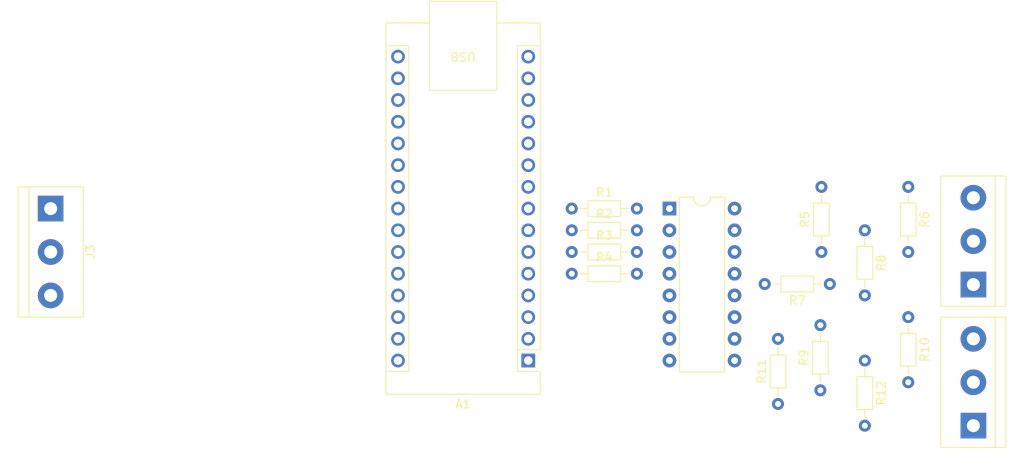
<source format=kicad_pcb>
(kicad_pcb (version 20221018) (generator pcbnew)
  (layers (0 "F.Cu" signal) (31 "B.Cu" signal) (34 "B.Paste" user) (35 "F.Paste" user) (36 "B.SilkS" user "B.Silkscreen") (37 "F.SilkS" user "F.Silkscreen") (38 "B.Mask" user) (39 "F.Mask" user) (44 "Edge.Cuts" user))
  (net 0 "")
  (net 1 "Net-(J1-Pin_1)")
  (net 2 "Net-(J1-Pin_2)")
  (net 3 "GND1")
  (net 4 "Net-(J2-Pin_1)")
  (net 5 "Net-(J2-Pin_2)")
  (net 6 "Net-(R1-Pad2)")
  (net 7 "Net-(R2-Pad2)")
  (net 8 "Net-(R3-Pad2)")
  (net 9 "Net-(R4-Pad2)")
  (net 10 "Net-(R5-Pad2)")
  (net 11 "Net-(R7-Pad2)")
  (net 12 "Net-(R9-Pad2)")
  (net 13 "GND2")
  (net 14 "Net-(R11-Pad2)")
  (net 15 "GND")
  (net 19 "Net-(A1-D2)")
  (net 20 "Net-(A1-D3)")
  (net 21 "Net-(A1-D4)")
  (net 22 "Net-(A1-D5)")
  (net 33 "Net-(A1-A0)")
  (net 34 "Net-(A1-A1)")
  (footprint "Resistor_THT:R_Axial_DIN0204_L3.6mm_D1.6mm_P7.62mm_Horizontal" (layer "F.Cu") (at 176.54 60.96 -90)
    (fp_text reference "R8" (at 3.81 -1.92 90) (layer "F.SilkS"))
    (fp_text value "40k")
    (fp_line (start 0.94 0) (end 1.89 0) (stroke (width 0.12)) (layer "F.SilkS"))
    (fp_line (start 1.89 -0.92) (end 1.89 0.92) (stroke (width 0.12)) (layer "F.SilkS"))
    (fp_line (start 1.89 0.92) (end 5.73 0.92) (stroke (width 0.12)) (layer "F.SilkS"))
    (fp_line (start 5.73 -0.92) (end 1.89 -0.92) (stroke (width 0.12)) (layer "F.SilkS"))
    (fp_line (start 5.73 0.92) (end 5.73 -0.92) (stroke (width 0.12)) (layer "F.SilkS"))
    (fp_line (start 6.68 0) (end 5.73 0) (stroke (width 0.12)) (layer "F.SilkS"))
    (pad "1" thru_hole circle (at 0 0 270) (size 1.4 1.4) (drill 0.7) (layers "*.Cu" "*.Mask") (net 3 "GND1"))
    (pad "2" thru_hole oval (at 7.62 0 270) (size 1.4 1.4) (drill 0.7) (layers "*.Cu" "*.Mask") (net 1 "Net-(J1-Pin_1)"))
  )
  (footprint "Resistor_THT:R_Axial_DIN0204_L3.6mm_D1.6mm_P7.62mm_Horizontal" (layer "F.Cu") (at 142.25 58.42)
    (fp_text reference "R1" (at 3.81 -1.92) (layer "F.SilkS"))
    (fp_text value "1k")
    (fp_line (start 0.94 0) (end 1.89 0) (stroke (width 0.12)) (layer "F.SilkS"))
    (fp_line (start 1.89 -0.92) (end 1.89 0.92) (stroke (width 0.12)) (layer "F.SilkS"))
    (fp_line (start 1.89 0.92) (end 5.73 0.92) (stroke (width 0.12)) (layer "F.SilkS"))
    (fp_line (start 5.73 -0.92) (end 1.89 -0.92) (stroke (width 0.12)) (layer "F.SilkS"))
    (fp_line (start 5.73 0.92) (end 5.73 -0.92) (stroke (width 0.12)) (layer "F.SilkS"))
    (fp_line (start 6.68 0) (end 5.73 0) (stroke (width 0.12)) (layer "F.SilkS"))
    (pad "1" thru_hole circle (at 0 0) (size 1.4 1.4) (drill 0.7) (layers "*.Cu" "*.Mask") (net 22 "Net-(A1-D5)"))
    (pad "2" thru_hole oval (at 7.62 0) (size 1.4 1.4) (drill 0.7) (layers "*.Cu" "*.Mask") (net 6 "Net-(R1-Pad2)"))
  )
  (footprint "Resistor_THT:R_Axial_DIN0204_L3.6mm_D1.6mm_P7.62mm_Horizontal" (layer "F.Cu") (at 181.62 71.12 -90)
    (fp_text reference "R10" (at 3.81 -1.92 90) (layer "F.SilkS"))
    (fp_text value "40k")
    (fp_line (start 0.94 0) (end 1.89 0) (stroke (width 0.12)) (layer "F.SilkS"))
    (fp_line (start 1.89 -0.92) (end 1.89 0.92) (stroke (width 0.12)) (layer "F.SilkS"))
    (fp_line (start 1.89 0.92) (end 5.73 0.92) (stroke (width 0.12)) (layer "F.SilkS"))
    (fp_line (start 5.73 -0.92) (end 1.89 -0.92) (stroke (width 0.12)) (layer "F.SilkS"))
    (fp_line (start 5.73 0.92) (end 5.73 -0.92) (stroke (width 0.12)) (layer "F.SilkS"))
    (fp_line (start 6.68 0) (end 5.73 0) (stroke (width 0.12)) (layer "F.SilkS"))
    (pad "1" thru_hole circle (at 0 0 270) (size 1.4 1.4) (drill 0.7) (layers "*.Cu" "*.Mask") (net 13 "GND2"))
    (pad "2" thru_hole oval (at 7.62 0 270) (size 1.4 1.4) (drill 0.7) (layers "*.Cu" "*.Mask") (net 5 "Net-(J2-Pin_2)"))
  )
  (footprint "Module:Arduino_Nano" (layer "F.Cu") (at 137.16 76.2 180)
    (fp_text reference "A1" (at 7.62 -5.08) (layer "F.SilkS"))
    (fp_text value "Arduino_Nano_v3.x")
    (fp_text user "USB" (at 7.62 35.56 180 unlocked) (layer "F.SilkS"))
    (fp_line (start -1.4 -3.94) (end -1.4 -1.27) (stroke (width 0.12)) (layer "F.SilkS"))
    (fp_line (start -1.4 1.27) (end -1.4 39.5) (stroke (width 0.12)) (layer "F.SilkS"))
    (fp_line (start -1.4 39.5) (end 3.68 39.5) (stroke (width 0.12)) (layer "F.SilkS"))
    (fp_line (start 1.27 -1.27) (end -1.4 -1.27) (stroke (width 0.12)) (layer "F.SilkS"))
    (fp_line (start 1.27 1.27) (end -1.4 1.27) (stroke (width 0.12)) (layer "F.SilkS"))
    (fp_line (start 1.27 1.27) (end 1.27 -1.27) (stroke (width 0.12)) (layer "F.SilkS"))
    (fp_line (start 1.27 1.27) (end 1.27 36.83) (stroke (width 0.12)) (layer "F.SilkS"))
    (fp_line (start 1.27 36.83) (end -1.4 36.83) (stroke (width 0.12)) (layer "F.SilkS"))
    (fp_line (start 3.68 31.62) (end 11.56 31.62) (stroke (width 0.12)) (layer "F.SilkS"))
    (fp_line (start 3.68 42.04) (end 3.68 31.62) (stroke (width 0.12)) (layer "F.SilkS"))
    (fp_line (start 11.56 31.62) (end 11.56 42.04) (stroke (width 0.12)) (layer "F.SilkS"))
    (fp_line (start 11.56 42.04) (end 3.68 42.04) (stroke (width 0.12)) (layer "F.SilkS"))
    (fp_line (start 13.97 -1.27) (end 13.97 36.83) (stroke (width 0.12)) (layer "F.SilkS"))
    (fp_line (start 13.97 -1.27) (end 16.64 -1.27) (stroke (width 0.12)) (layer "F.SilkS"))
    (fp_line (start 13.97 36.83) (end 16.64 36.83) (stroke (width 0.12)) (layer "F.SilkS"))
    (fp_line (start 16.64 -3.94) (end -1.4 -3.94) (stroke (width 0.12)) (layer "F.SilkS"))
    (fp_line (start 16.64 39.5) (end 11.56 39.5) (stroke (width 0.12)) (layer "F.SilkS"))
    (fp_line (start 16.64 39.5) (end 16.64 -3.94) (stroke (width 0.12)) (layer "F.SilkS"))
    (pad "1" thru_hole rect (at 0 0 180) (size 1.6 1.6) (drill 1) (layers "*.Cu" "*.Mask"))
    (pad "2" thru_hole oval (at 0 2.54 180) (size 1.6 1.6) (drill 1) (layers "*.Cu" "*.Mask"))
    (pad "3" thru_hole oval (at 0 5.08 180) (size 1.6 1.6) (drill 1) (layers "*.Cu" "*.Mask"))
    (pad "4" thru_hole oval (at 0 7.62 180) (size 1.6 1.6) (drill 1) (layers "*.Cu" "*.Mask") (net 15 "GND"))
    (pad "5" thru_hole oval (at 0 10.16 180) (size 1.6 1.6) (drill 1) (layers "*.Cu" "*.Mask") (net 19 "Net-(A1-D2)"))
    (pad "6" thru_hole oval (at 0 12.7 180) (size 1.6 1.6) (drill 1) (layers "*.Cu" "*.Mask") (net 20 "Net-(A1-D3)"))
    (pad "7" thru_hole oval (at 0 15.24 180) (size 1.6 1.6) (drill 1) (layers "*.Cu" "*.Mask") (net 21 "Net-(A1-D4)"))
    (pad "8" thru_hole oval (at 0 17.78 180) (size 1.6 1.6) (drill 1) (layers "*.Cu" "*.Mask") (net 22 "Net-(A1-D5)"))
    (pad "9" thru_hole oval (at 0 20.32 180) (size 1.6 1.6) (drill 1) (layers "*.Cu" "*.Mask"))
    (pad "10" thru_hole oval (at 0 22.86 180) (size 1.6 1.6) (drill 1) (layers "*.Cu" "*.Mask"))
    (pad "11" thru_hole oval (at 0 25.4 180) (size 1.6 1.6) (drill 1) (layers "*.Cu" "*.Mask"))
    (pad "12" thru_hole oval (at 0 27.94 180) (size 1.6 1.6) (drill 1) (layers "*.Cu" "*.Mask"))
    (pad "13" thru_hole oval (at 0 30.48 180) (size 1.6 1.6) (drill 1) (layers "*.Cu" "*.Mask"))
    (pad "14" thru_hole oval (at 0 33.02 180) (size 1.6 1.6) (drill 1) (layers "*.Cu" "*.Mask"))
    (pad "15" thru_hole oval (at 0 35.56 180) (size 1.6 1.6) (drill 1) (layers "*.Cu" "*.Mask"))
    (pad "16" thru_hole oval (at 15.24 35.56 180) (size 1.6 1.6) (drill 1) (layers "*.Cu" "*.Mask"))
    (pad "17" thru_hole oval (at 15.24 33.02 180) (size 1.6 1.6) (drill 1) (layers "*.Cu" "*.Mask"))
    (pad "18" thru_hole oval (at 15.24 30.48 180) (size 1.6 1.6) (drill 1) (layers "*.Cu" "*.Mask"))
    (pad "19" thru_hole oval (at 15.24 27.94 180) (size 1.6 1.6) (drill 1) (layers "*.Cu" "*.Mask") (net 33 "Net-(A1-A0)"))
    (pad "20" thru_hole oval (at 15.24 25.4 180) (size 1.6 1.6) (drill 1) (layers "*.Cu" "*.Mask") (net 34 "Net-(A1-A1)"))
    (pad "21" thru_hole oval (at 15.24 22.86 180) (size 1.6 1.6) (drill 1) (layers "*.Cu" "*.Mask"))
    (pad "22" thru_hole oval (at 15.24 20.32 180) (size 1.6 1.6) (drill 1) (layers "*.Cu" "*.Mask"))
    (pad "23" thru_hole oval (at 15.24 17.78 180) (size 1.6 1.6) (drill 1) (layers "*.Cu" "*.Mask"))
    (pad "24" thru_hole oval (at 15.24 15.24 180) (size 1.6 1.6) (drill 1) (layers "*.Cu" "*.Mask"))
    (pad "25" thru_hole oval (at 15.24 12.7 180) (size 1.6 1.6) (drill 1) (layers "*.Cu" "*.Mask"))
    (pad "26" thru_hole oval (at 15.24 10.16 180) (size 1.6 1.6) (drill 1) (layers "*.Cu" "*.Mask"))
    (pad "27" thru_hole oval (at 15.24 7.62 180) (size 1.6 1.6) (drill 1) (layers "*.Cu" "*.Mask"))
    (pad "28" thru_hole oval (at 15.24 5.08 180) (size 1.6 1.6) (drill 1) (layers "*.Cu" "*.Mask"))
    (pad "29" thru_hole oval (at 15.24 2.54 180) (size 1.6 1.6) (drill 1) (layers "*.Cu" "*.Mask") (net 15 "GND"))
    (pad "30" thru_hole oval (at 15.24 0 180) (size 1.6 1.6) (drill 1) (layers "*.Cu" "*.Mask"))
  )
  (footprint "TerminalBlock:TerminalBlock_bornier-3_P5.08mm" (layer "F.Cu") (at 189.24 67.31 90)
    (fp_text reference "J1" hide)
    (fp_text value "Screw_Terminal_01x03")
    (fp_line (start -2.54 -3.81) (end 12.7 -3.81) (stroke (width 0.12)) (layer "F.SilkS"))
    (fp_line (start -2.54 2.54) (end 12.7 2.54) (stroke (width 0.12)) (layer "F.SilkS"))
    (fp_line (start -2.54 3.81) (end -2.54 -3.81) (stroke (width 0.12)) (layer "F.SilkS"))
    (fp_line (start -2.54 3.81) (end 12.7 3.81) (stroke (width 0.12)) (layer "F.SilkS"))
    (fp_line (start 12.7 3.81) (end 12.7 -3.81) (stroke (width 0.12)) (layer "F.SilkS"))
    (pad "1" thru_hole rect (at 0 0 90) (size 3 3) (drill 1.52) (layers "*.Cu" "*.Mask") (net 1 "Net-(J1-Pin_1)"))
    (pad "2" thru_hole circle (at 5.08 0 90) (size 3 3) (drill 1.52) (layers "*.Cu" "*.Mask") (net 2 "Net-(J1-Pin_2)"))
    (pad "3" thru_hole circle (at 10.16 0 90) (size 3 3) (drill 1.52) (layers "*.Cu" "*.Mask") (net 3 "GND1"))
  )
  (footprint "Resistor_THT:R_Axial_DIN0204_L3.6mm_D1.6mm_P7.62mm_Horizontal" (layer "F.Cu") (at 171.46 63.5 90)
    (fp_text reference "R5" (at 3.81 -1.92 90) (layer "F.SilkS"))
    (fp_text value "2k2")
    (fp_line (start 0.94 0) (end 1.89 0) (stroke (width 0.12)) (layer "F.SilkS"))
    (fp_line (start 1.89 -0.92) (end 1.89 0.92) (stroke (width 0.12)) (layer "F.SilkS"))
    (fp_line (start 1.89 0.92) (end 5.73 0.92) (stroke (width 0.12)) (layer "F.SilkS"))
    (fp_line (start 5.73 -0.92) (end 1.89 -0.92) (stroke (width 0.12)) (layer "F.SilkS"))
    (fp_line (start 5.73 0.92) (end 5.73 -0.92) (stroke (width 0.12)) (layer "F.SilkS"))
    (fp_line (start 6.68 0) (end 5.73 0) (stroke (width 0.12)) (layer "F.SilkS"))
    (pad "1" thru_hole circle (at 0 0 90) (size 1.4 1.4) (drill 0.7) (layers "*.Cu" "*.Mask") (net 2 "Net-(J1-Pin_2)"))
    (pad "2" thru_hole oval (at 7.62 0 90) (size 1.4 1.4) (drill 0.7) (layers "*.Cu" "*.Mask") (net 10 "Net-(R5-Pad2)"))
  )
  (footprint "Resistor_THT:R_Axial_DIN0204_L3.6mm_D1.6mm_P7.62mm_Horizontal" (layer "F.Cu") (at 172.448225 67.246739 180)
    (fp_text reference "R7" (at 3.81 -1.92) (layer "F.SilkS"))
    (fp_text value "2k2")
    (fp_line (start 0.94 0) (end 1.89 0) (stroke (width 0.12)) (layer "F.SilkS"))
    (fp_line (start 1.89 -0.92) (end 1.89 0.92) (stroke (width 0.12)) (layer "F.SilkS"))
    (fp_line (start 1.89 0.92) (end 5.73 0.92) (stroke (width 0.12)) (layer "F.SilkS"))
    (fp_line (start 5.73 -0.92) (end 1.89 -0.92) (stroke (width 0.12)) (layer "F.SilkS"))
    (fp_line (start 5.73 0.92) (end 5.73 -0.92) (stroke (width 0.12)) (layer "F.SilkS"))
    (fp_line (start 6.68 0) (end 5.73 0) (stroke (width 0.12)) (layer "F.SilkS"))
    (pad "1" thru_hole circle (at 0 0 180) (size 1.4 1.4) (drill 0.7) (layers "*.Cu" "*.Mask") (net 1 "Net-(J1-Pin_1)"))
    (pad "2" thru_hole oval (at 7.62 0 180) (size 1.4 1.4) (drill 0.7) (layers "*.Cu" "*.Mask") (net 11 "Net-(R7-Pad2)"))
  )
  (footprint "Resistor_THT:R_Axial_DIN0204_L3.6mm_D1.6mm_P7.62mm_Horizontal" (layer "F.Cu") (at 176.54 76.2 -90)
    (fp_text reference "R12" (at 3.81 -1.92 90) (layer "F.SilkS"))
    (fp_text value "40k")
    (fp_line (start 0.94 0) (end 1.89 0) (stroke (width 0.12)) (layer "F.SilkS"))
    (fp_line (start 1.89 -0.92) (end 1.89 0.92) (stroke (width 0.12)) (layer "F.SilkS"))
    (fp_line (start 1.89 0.92) (end 5.73 0.92) (stroke (width 0.12)) (layer "F.SilkS"))
    (fp_line (start 5.73 -0.92) (end 1.89 -0.92) (stroke (width 0.12)) (layer "F.SilkS"))
    (fp_line (start 5.73 0.92) (end 5.73 -0.92) (stroke (width 0.12)) (layer "F.SilkS"))
    (fp_line (start 6.68 0) (end 5.73 0) (stroke (width 0.12)) (layer "F.SilkS"))
    (pad "1" thru_hole circle (at 0 0 270) (size 1.4 1.4) (drill 0.7) (layers "*.Cu" "*.Mask") (net 13 "GND2"))
    (pad "2" thru_hole oval (at 7.62 0 270) (size 1.4 1.4) (drill 0.7) (layers "*.Cu" "*.Mask") (net 4 "Net-(J2-Pin_1)"))
  )
  (footprint "Resistor_THT:R_Axial_DIN0204_L3.6mm_D1.6mm_P7.62mm_Horizontal" (layer "F.Cu") (at 166.38 81.28 90)
    (fp_text reference "R11" (at 3.81 -1.92 90) (layer "F.SilkS"))
    (fp_text value "2k2")
    (fp_line (start 0.94 0) (end 1.89 0) (stroke (width 0.12)) (layer "F.SilkS"))
    (fp_line (start 1.89 -0.92) (end 1.89 0.92) (stroke (width 0.12)) (layer "F.SilkS"))
    (fp_line (start 1.89 0.92) (end 5.73 0.92) (stroke (width 0.12)) (layer "F.SilkS"))
    (fp_line (start 5.73 -0.92) (end 1.89 -0.92) (stroke (width 0.12)) (layer "F.SilkS"))
    (fp_line (start 5.73 0.92) (end 5.73 -0.92) (stroke (width 0.12)) (layer "F.SilkS"))
    (fp_line (start 6.68 0) (end 5.73 0) (stroke (width 0.12)) (layer "F.SilkS"))
    (pad "1" thru_hole circle (at 0 0 90) (size 1.4 1.4) (drill 0.7) (layers "*.Cu" "*.Mask") (net 4 "Net-(J2-Pin_1)"))
    (pad "2" thru_hole oval (at 7.62 0 90) (size 1.4 1.4) (drill 0.7) (layers "*.Cu" "*.Mask") (net 14 "Net-(R11-Pad2)"))
  )
  (footprint "Resistor_THT:R_Axial_DIN0204_L3.6mm_D1.6mm_P7.62mm_Horizontal" (layer "F.Cu") (at 171.337347 79.680295 90)
    (fp_text reference "R9" (at 3.81 -1.92 90) (layer "F.SilkS"))
    (fp_text value "2k2")
    (fp_line (start 0.94 0) (end 1.89 0) (stroke (width 0.12)) (layer "F.SilkS"))
    (fp_line (start 1.89 -0.92) (end 1.89 0.92) (stroke (width 0.12)) (layer "F.SilkS"))
    (fp_line (start 1.89 0.92) (end 5.73 0.92) (stroke (width 0.12)) (layer "F.SilkS"))
    (fp_line (start 5.73 -0.92) (end 1.89 -0.92) (stroke (width 0.12)) (layer "F.SilkS"))
    (fp_line (start 5.73 0.92) (end 5.73 -0.92) (stroke (width 0.12)) (layer "F.SilkS"))
    (fp_line (start 6.68 0) (end 5.73 0) (stroke (width 0.12)) (layer "F.SilkS"))
    (pad "1" thru_hole circle (at 0 0 90) (size 1.4 1.4) (drill 0.7) (layers "*.Cu" "*.Mask") (net 5 "Net-(J2-Pin_2)"))
    (pad "2" thru_hole oval (at 7.62 0 90) (size 1.4 1.4) (drill 0.7) (layers "*.Cu" "*.Mask") (net 12 "Net-(R9-Pad2)"))
  )
  (footprint "TerminalBlock:TerminalBlock_bornier-3_P5.08mm" (layer "F.Cu") (at 189.24 83.82 90)
    (fp_text reference "J2" hide)
    (fp_text value "Screw_Terminal_01x03")
    (fp_line (start -2.54 -3.81) (end 12.7 -3.81) (stroke (width 0.12)) (layer "F.SilkS"))
    (fp_line (start -2.54 2.54) (end 12.7 2.54) (stroke (width 0.12)) (layer "F.SilkS"))
    (fp_line (start -2.54 3.81) (end -2.54 -3.81) (stroke (width 0.12)) (layer "F.SilkS"))
    (fp_line (start -2.54 3.81) (end 12.7 3.81) (stroke (width 0.12)) (layer "F.SilkS"))
    (fp_line (start 12.7 3.81) (end 12.7 -3.81) (stroke (width 0.12)) (layer "F.SilkS"))
    (pad "1" thru_hole rect (at 0 0 90) (size 3 3) (drill 1.52) (layers "*.Cu" "*.Mask") (net 4 "Net-(J2-Pin_1)"))
    (pad "2" thru_hole circle (at 5.08 0 90) (size 3 3) (drill 1.52) (layers "*.Cu" "*.Mask") (net 5 "Net-(J2-Pin_2)"))
    (pad "3" thru_hole circle (at 10.16 0 90) (size 3 3) (drill 1.52) (layers "*.Cu" "*.Mask") (net 13 "GND2"))
  )
  (footprint "Resistor_THT:R_Axial_DIN0204_L3.6mm_D1.6mm_P7.62mm_Horizontal" (layer "F.Cu") (at 181.62 55.88 -90)
    (fp_text reference "R6" (at 3.81 -1.92 90) (layer "F.SilkS"))
    (fp_text value "40k")
    (fp_line (start 0.94 0) (end 1.89 0) (stroke (width 0.12)) (layer "F.SilkS"))
    (fp_line (start 1.89 -0.92) (end 1.89 0.92) (stroke (width 0.12)) (layer "F.SilkS"))
    (fp_line (start 1.89 0.92) (end 5.73 0.92) (stroke (width 0.12)) (layer "F.SilkS"))
    (fp_line (start 5.73 -0.92) (end 1.89 -0.92) (stroke (width 0.12)) (layer "F.SilkS"))
    (fp_line (start 5.73 0.92) (end 5.73 -0.92) (stroke (width 0.12)) (layer "F.SilkS"))
    (fp_line (start 6.68 0) (end 5.73 0) (stroke (width 0.12)) (layer "F.SilkS"))
    (pad "1" thru_hole circle (at 0 0 270) (size 1.4 1.4) (drill 0.7) (layers "*.Cu" "*.Mask") (net 3 "GND1"))
    (pad "2" thru_hole oval (at 7.62 0 270) (size 1.4 1.4) (drill 0.7) (layers "*.Cu" "*.Mask") (net 2 "Net-(J1-Pin_2)"))
  )
  (footprint "Package_DIP:DIP-16_W7.62mm" (layer "F.Cu") (at 153.68 58.42)
    (fp_text reference "U1" hide)
    (fp_text value "LTV-847")
    (fp_line (start 1.16 -1.33) (end 1.16 19.11) (stroke (width 0.12)) (layer "F.SilkS"))
    (fp_line (start 1.16 19.11) (end 6.46 19.11) (stroke (width 0.12)) (layer "F.SilkS"))
    (fp_line (start 2.81 -1.33) (end 1.16 -1.33) (stroke (width 0.12)) (layer "F.SilkS"))
    (fp_line (start 6.46 -1.33) (end 4.81 -1.33) (stroke (width 0.12)) (layer "F.SilkS"))
    (fp_line (start 6.46 19.11) (end 6.46 -1.33) (stroke (width 0.12)) (layer "F.SilkS"))
    (fp_arc (start 4.81 -1.33) (mid 3.81 -0.33) (end 2.81 -1.33) (stroke (width 0.12)) (layer "F.SilkS"))
    (pad "1" thru_hole rect (at 0 0) (size 1.6 1.6) (drill 0.8) (layers "*.Cu" "*.Mask") (net 6 "Net-(R1-Pad2)"))
    (pad "2" thru_hole oval (at 0 2.54) (size 1.6 1.6) (drill 0.8) (layers "*.Cu" "*.Mask") (net 15 "GND"))
    (pad "3" thru_hole oval (at 0 5.08) (size 1.6 1.6) (drill 0.8) (layers "*.Cu" "*.Mask") (net 7 "Net-(R2-Pad2)"))
    (pad "4" thru_hole oval (at 0 7.62) (size 1.6 1.6) (drill 0.8) (layers "*.Cu" "*.Mask") (net 15 "GND"))
    (pad "5" thru_hole oval (at 0 10.16) (size 1.6 1.6) (drill 0.8) (layers "*.Cu" "*.Mask") (net 8 "Net-(R3-Pad2)"))
    (pad "6" thru_hole oval (at 0 12.7) (size 1.6 1.6) (drill 0.8) (layers "*.Cu" "*.Mask") (net 15 "GND"))
    (pad "7" thru_hole oval (at 0 15.24) (size 1.6 1.6) (drill 0.8) (layers "*.Cu" "*.Mask") (net 9 "Net-(R4-Pad2)"))
    (pad "8" thru_hole oval (at 0 17.78) (size 1.6 1.6) (drill 0.8) (layers "*.Cu" "*.Mask") (net 15 "GND"))
    (pad "9" thru_hole oval (at 7.62 17.78) (size 1.6 1.6) (drill 0.8) (layers "*.Cu" "*.Mask") (net 13 "GND2"))
    (pad "10" thru_hole oval (at 7.62 15.24) (size 1.6 1.6) (drill 0.8) (layers "*.Cu" "*.Mask") (net 14 "Net-(R11-Pad2)"))
    (pad "11" thru_hole oval (at 7.62 12.7) (size 1.6 1.6) (drill 0.8) (layers "*.Cu" "*.Mask") (net 13 "GND2"))
    (pad "12" thru_hole oval (at 7.62 10.16) (size 1.6 1.6) (drill 0.8) (layers "*.Cu" "*.Mask") (net 12 "Net-(R9-Pad2)"))
    (pad "13" thru_hole oval (at 7.62 7.62) (size 1.6 1.6) (drill 0.8) (layers "*.Cu" "*.Mask") (net 3 "GND1"))
    (pad "14" thru_hole oval (at 7.62 5.08) (size 1.6 1.6) (drill 0.8) (layers "*.Cu" "*.Mask") (net 11 "Net-(R7-Pad2)"))
    (pad "15" thru_hole oval (at 7.62 2.54) (size 1.6 1.6) (drill 0.8) (layers "*.Cu" "*.Mask") (net 3 "GND1"))
    (pad "16" thru_hole oval (at 7.62 0) (size 1.6 1.6) (drill 0.8) (layers "*.Cu" "*.Mask") (net 10 "Net-(R5-Pad2)"))
  )
  (footprint "Resistor_THT:R_Axial_DIN0204_L3.6mm_D1.6mm_P7.62mm_Horizontal" (layer "F.Cu") (at 142.25 66.04)
    (fp_text reference "R4" (at 3.81 -1.92) (layer "F.SilkS"))
    (fp_text value "1k")
    (fp_line (start 0.94 0) (end 1.89 0) (stroke (width 0.12)) (layer "F.SilkS"))
    (fp_line (start 1.89 -0.92) (end 1.89 0.92) (stroke (width 0.12)) (layer "F.SilkS"))
    (fp_line (start 1.89 0.92) (end 5.73 0.92) (stroke (width 0.12)) (layer "F.SilkS"))
    (fp_line (start 5.73 -0.92) (end 1.89 -0.92) (stroke (width 0.12)) (layer "F.SilkS"))
    (fp_line (start 5.73 0.92) (end 5.73 -0.92) (stroke (width 0.12)) (layer "F.SilkS"))
    (fp_line (start 6.68 0) (end 5.73 0) (stroke (width 0.12)) (layer "F.SilkS"))
    (pad "1" thru_hole circle (at 0 0) (size 1.4 1.4) (drill 0.7) (layers "*.Cu" "*.Mask") (net 19 "Net-(A1-D2)"))
    (pad "2" thru_hole oval (at 7.62 0) (size 1.4 1.4) (drill 0.7) (layers "*.Cu" "*.Mask") (net 9 "Net-(R4-Pad2)"))
  )
  (footprint "Resistor_THT:R_Axial_DIN0204_L3.6mm_D1.6mm_P7.62mm_Horizontal" (layer "F.Cu") (at 142.25 60.96)
    (fp_text reference "R2" (at 3.81 -1.92) (layer "F.SilkS"))
    (fp_text value "1k")
    (fp_line (start 0.94 0) (end 1.89 0) (stroke (width 0.12)) (layer "F.SilkS"))
    (fp_line (start 1.89 -0.92) (end 1.89 0.92) (stroke (width 0.12)) (layer "F.SilkS"))
    (fp_line (start 1.89 0.92) (end 5.73 0.92) (stroke (width 0.12)) (layer "F.SilkS"))
    (fp_line (start 5.73 -0.92) (end 1.89 -0.92) (stroke (width 0.12)) (layer "F.SilkS"))
    (fp_line (start 5.73 0.92) (end 5.73 -0.92) (stroke (width 0.12)) (layer "F.SilkS"))
    (fp_line (start 6.68 0) (end 5.73 0) (stroke (width 0.12)) (layer "F.SilkS"))
    (pad "1" thru_hole circle (at 0 0) (size 1.4 1.4) (drill 0.7) (layers "*.Cu" "*.Mask") (net 21 "Net-(A1-D4)"))
    (pad "2" thru_hole oval (at 7.62 0) (size 1.4 1.4) (drill 0.7) (layers "*.Cu" "*.Mask") (net 7 "Net-(R2-Pad2)"))
  )
  (footprint "Resistor_THT:R_Axial_DIN0204_L3.6mm_D1.6mm_P7.62mm_Horizontal" (layer "F.Cu") (at 142.25 63.5)
    (fp_text reference "R3" (at 3.81 -1.92) (layer "F.SilkS"))
    (fp_text value "1k")
    (fp_line (start 0.94 0) (end 1.89 0) (stroke (width 0.12)) (layer "F.SilkS"))
    (fp_line (start 1.89 -0.92) (end 1.89 0.92) (stroke (width 0.12)) (layer "F.SilkS"))
    (fp_line (start 1.89 0.92) (end 5.73 0.92) (stroke (width 0.12)) (layer "F.SilkS"))
    (fp_line (start 5.73 -0.92) (end 1.89 -0.92) (stroke (width 0.12)) (layer "F.SilkS"))
    (fp_line (start 5.73 0.92) (end 5.73 -0.92) (stroke (width 0.12)) (layer "F.SilkS"))
    (fp_line (start 6.68 0) (end 5.73 0) (stroke (width 0.12)) (layer "F.SilkS"))
    (pad "1" thru_hole circle (at 0 0) (size 1.4 1.4) (drill 0.7) (layers "*.Cu" "*.Mask") (net 20 "Net-(A1-D3)"))
    (pad "2" thru_hole oval (at 7.62 0) (size 1.4 1.4) (drill 0.7) (layers "*.Cu" "*.Mask") (net 8 "Net-(R3-Pad2)"))
  )
  (footprint "TerminalBlock:TerminalBlock_bornier-3_P5.08mm" (layer "F.Cu") (at 81.28 58.42 -90)
    (fp_text reference "J3" (at 5.05 -4.65 90) (layer "F.SilkS"))
    (fp_text value "Screw_Terminal_01x03")
    (fp_line (start -2.54 -3.81) (end 12.7 -3.81) (stroke (width 0.12)) (layer "F.SilkS"))
    (fp_line (start -2.54 2.54) (end 12.7 2.54) (stroke (width 0.12)) (layer "F.SilkS"))
    (fp_line (start -2.54 3.81) (end -2.54 -3.81) (stroke (width 0.12)) (layer "F.SilkS"))
    (fp_line (start -2.54 3.81) (end 12.7 3.81) (stroke (width 0.12)) (layer "F.SilkS"))
    (fp_line (start 12.7 3.81) (end 12.7 -3.81) (stroke (width 0.12)) (layer "F.SilkS"))
    (pad "1" thru_hole rect (at 0 0 270) (size 3 3) (drill 1.52) (layers "*.Cu" "*.Mask") (net 34 "Net-(A1-A1)"))
    (pad "2" thru_hole circle (at 5.08 0 270) (size 3 3) (drill 1.52) (layers "*.Cu" "*.Mask") (net 33 "Net-(A1-A0)"))
    (pad "3" thru_hole circle (at 10.16 0 270) (size 3 3) (drill 1.52) (layers "*.Cu" "*.Mask") (net 15 "GND"))
  )
)
</source>
